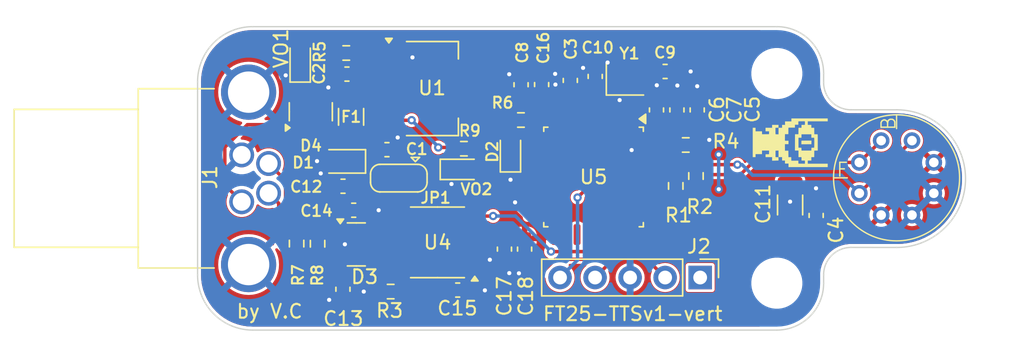
<source format=kicad_pcb>
(kicad_pcb
	(version 20240108)
	(generator "pcbnew")
	(generator_version "8.0")
	(general
		(thickness 1.6)
		(legacy_teardrops no)
	)
	(paper "A4")
	(layers
		(0 "F.Cu" signal)
		(31 "B.Cu" signal)
		(32 "B.Adhes" user "B.Adhesive")
		(33 "F.Adhes" user "F.Adhesive")
		(34 "B.Paste" user)
		(35 "F.Paste" user)
		(36 "B.SilkS" user "B.Silkscreen")
		(37 "F.SilkS" user "F.Silkscreen")
		(38 "B.Mask" user)
		(39 "F.Mask" user)
		(40 "Dwgs.User" user "User.Drawings")
		(41 "Cmts.User" user "User.Comments")
		(42 "Eco1.User" user "User.Eco1")
		(43 "Eco2.User" user "User.Eco2")
		(44 "Edge.Cuts" user)
		(45 "Margin" user)
		(46 "B.CrtYd" user "B.Courtyard")
		(47 "F.CrtYd" user "F.Courtyard")
		(48 "B.Fab" user)
		(49 "F.Fab" user)
		(50 "User.1" user)
		(51 "User.2" user)
		(52 "User.3" user)
		(53 "User.4" user)
		(54 "User.5" user)
		(55 "User.6" user)
		(56 "User.7" user)
		(57 "User.8" user)
		(58 "User.9" user)
	)
	(setup
		(stackup
			(layer "F.SilkS"
				(type "Top Silk Screen")
			)
			(layer "F.Paste"
				(type "Top Solder Paste")
			)
			(layer "F.Mask"
				(type "Top Solder Mask")
				(thickness 0.01)
			)
			(layer "F.Cu"
				(type "copper")
				(thickness 0.035)
			)
			(layer "dielectric 1"
				(type "core")
				(thickness 1.51)
				(material "FR4")
				(epsilon_r 4.5)
				(loss_tangent 0.02)
			)
			(layer "B.Cu"
				(type "copper")
				(thickness 0.035)
			)
			(layer "B.Mask"
				(type "Bottom Solder Mask")
				(thickness 0.01)
			)
			(layer "B.Paste"
				(type "Bottom Solder Paste")
			)
			(layer "B.SilkS"
				(type "Bottom Silk Screen")
			)
			(copper_finish "None")
			(dielectric_constraints no)
		)
		(pad_to_mask_clearance 0)
		(allow_soldermask_bridges_in_footprints no)
		(aux_axis_origin 36 49)
		(pcbplotparams
			(layerselection 0x00010fc_ffffffff)
			(plot_on_all_layers_selection 0x0000000_00000000)
			(disableapertmacros no)
			(usegerberextensions no)
			(usegerberattributes yes)
			(usegerberadvancedattributes yes)
			(creategerberjobfile no)
			(dashed_line_dash_ratio 12.000000)
			(dashed_line_gap_ratio 3.000000)
			(svgprecision 4)
			(plotframeref no)
			(viasonmask no)
			(mode 1)
			(useauxorigin yes)
			(hpglpennumber 1)
			(hpglpenspeed 20)
			(hpglpendiameter 15.000000)
			(pdf_front_fp_property_popups yes)
			(pdf_back_fp_property_popups yes)
			(dxfpolygonmode yes)
			(dxfimperialunits yes)
			(dxfusepcbnewfont yes)
			(psnegative no)
			(psa4output no)
			(plotreference yes)
			(plotvalue no)
			(plotfptext yes)
			(plotinvisibletext no)
			(sketchpadsonfab no)
			(subtractmaskfromsilk yes)
			(outputformat 1)
			(mirror no)
			(drillshape 0)
			(scaleselection 1)
			(outputdirectory "gerber")
		)
	)
	(net 0 "")
	(net 1 "+3.3V")
	(net 2 "GND")
	(net 3 "+5V")
	(net 4 "/I2C_SDA")
	(net 5 "/I2C_SCL")
	(net 6 "CAN_H")
	(net 7 "CAN_L")
	(net 8 "Net-(U4-Rs)")
	(net 9 "NRST")
	(net 10 "Net-(U5-PF0)")
	(net 11 "SWDIO")
	(net 12 "Net-(U5-PF1)")
	(net 13 "/Vref")
	(net 14 "Net-(D4-K)")
	(net 15 "Net-(D4-A)")
	(net 16 "Net-(JP1-C)")
	(net 17 "Net-(U5-PB8)")
	(net 18 "unconnected-(U5-PB5-Pad28)")
	(net 19 "unconnected-(U5-PA8-Pad18)")
	(net 20 "unconnected-(U5-PA15-Pad25)")
	(net 21 "SWCLK")
	(net 22 "unconnected-(U5-PA7-Pad13)")
	(net 23 "unconnected-(U5-PA5-Pad11)")
	(net 24 "unconnected-(U5-PA9-Pad19)")
	(net 25 "unconnected-(U5-PA1-Pad7)")
	(net 26 "unconnected-(U5-PB4-Pad27)")
	(net 27 "unconnected-(U5-PA6-Pad12)")
	(net 28 "unconnected-(U5-PA10-Pad20)")
	(net 29 "/CAN_Tx")
	(net 30 "/CAN_Rx")
	(net 31 "unconnected-(U5-PB0-Pad14)")
	(net 32 "unconnected-(U5-PB1-Pad15)")
	(net 33 "unconnected-(U5-PA4-Pad10)")
	(net 34 "Net-(D2-A)")
	(net 35 "unconnected-(U5-PA0-Pad6)")
	(net 36 "/STATUS_LED")
	(net 37 "unconnected-(U5-PA2-Pad8)")
	(net 38 "unconnected-(U5-PB3-Pad26)")
	(net 39 "Net-(VO1-A)")
	(net 40 "Net-(VO2-A)")
	(net 41 "+3V3")
	(footprint "Package_TO_SOT_SMD:SOT-23" (layer "F.Cu") (at 146.51 45.79))
	(footprint "Capacitor_SMD:C_0603_1608Metric" (layer "F.Cu") (at 145.545 41.57 180))
	(footprint "Connector_PinHeader_2.54mm:PinHeader_1x05_P2.54mm_Vertical" (layer "F.Cu") (at 171.44 48.19 -90))
	(footprint "Crystal:Crystal_SMD_2016-4Pin_2.0x1.6mm" (layer "F.Cu") (at 165.985 33.81))
	(footprint "FaSTTUBe_connectors:M8_718_4pin_horizontal" (layer "F.Cu") (at 138.2 41 -90))
	(footprint "Capacitor_SMD:C_0603_1608Metric" (layer "F.Cu") (at 153.86 49.1))
	(footprint "MountingHole:MountingHole_3.2mm_M3_DIN965" (layer "F.Cu") (at 177 33.4))
	(footprint "Diode_SMD:D_SOD-323" (layer "F.Cu") (at 145.57 39.77 180))
	(footprint "Package_SO:SOIC-8_3.9x4.9mm_P1.27mm" (layer "F.Cu") (at 152.395 45.64 180))
	(footprint "LED_SMD:LED_0603_1608Metric_Pad1.05x0.95mm_HandSolder" (layer "F.Cu") (at 154.2525 40.35))
	(footprint "TTS:SOT-23" (layer "F.Cu") (at 143.21 36.17 90))
	(footprint "Resistor_SMD:R_0603_1608Metric" (layer "F.Cu") (at 169.67 41.55 90))
	(footprint "MountingHole:MountingHole_3.2mm_M3_DIN965" (layer "F.Cu") (at 177 48.6))
	(footprint "Resistor_SMD:R_0603_1608Metric" (layer "F.Cu") (at 149 49.21 180))
	(footprint "Resistor_SMD:R_0603_1608Metric" (layer "F.Cu") (at 171.135 40.83 90))
	(footprint "Resistor_SMD:R_0603_1608Metric" (layer "F.Cu") (at 154.31 38.85))
	(footprint "Package_QFP:LQFP-32_7x7mm_P0.8mm" (layer "F.Cu") (at 163.71 40.9 -90))
	(footprint "TTS:TTS-vertical-mount" (layer "F.Cu") (at 185.68 40.962564))
	(footprint "LED_SMD:LED_0603_1608Metric_Pad1.05x0.95mm_HandSolder" (layer "F.Cu") (at 142.44 32.36 90))
	(footprint "Capacitor_SMD:C_0603_1608Metric" (layer "F.Cu") (at 168.275 36.04 90))
	(footprint "LOGO" (layer "F.Cu") (at 178.444225 38.43427 -90))
	(footprint "Capacitor_SMD:C_0603_1608Metric" (layer "F.Cu") (at 146.32 43.31 180))
	(footprint "LED_SMD:LED_0603_1608Metric" (layer "F.Cu") (at 157.685 39.05 90))
	(footprint "Fuse:Fuse_1206_3216Metric" (layer "F.Cu") (at 146.13 36.54 -90))
	(footprint "Resistor_SMD:R_0603_1608Metric" (layer "F.Cu") (at 145.78 31.91 180))
	(footprint "Capacitor_SMD:C_0603_1608Metric" (layer "F.Cu") (at 157.25 46.13 -90))
	(footprint "Resistor_SMD:R_0603_1608Metric" (layer "F.Cu") (at 143.7 45.74 90))
	(footprint "Resistor_SMD:R_0603_1608Metric" (layer "F.Cu") (at 170.395 38.58))
	(footprint "Capacitor_SMD:C_0603_1608Metric" (layer "F.Cu") (at 158.455 34.21 90))
	(footprint "Jumper:SolderJumper-3_P1.3mm_Open_RoundedPad1.0x1.5mm" (layer "F.Cu") (at 149.59 40.9825 180))
	(footprint "Capacitor_SMD:C_0603_1608Metric" (layer "F.Cu") (at 163.83 33.61 90))
	(footprint "Capacitor_SMD:C_0603_1608Metric" (layer "F.Cu") (at 179.85 43.69 90))
	(footprint "Package_TO_SOT_SMD:SOT-223-3_TabPin2" (layer "F.Cu") (at 152 34.49))
	(footprint "Capacitor_SMD:C_1206_3216Metric" (layer "F.Cu") (at 177.96 42.93 90))
	(footprint "Capacitor_SMD:C_0603_1608Metric" (layer "F.Cu") (at 168.9 33.25 180))
	(footprint "Capacitor_SMD:C_0603_1608Metric"
		(layer "F.Cu")
		(uuid "d3eaf5f6-38d9-45fa-a9d8-be04ae239da9")
		(at 158.71 46.13 -90)
		(descr "Capacitor SMD 0603 (1608 Metric), square (rectangular) end terminal, IPC_7351 nominal, (Body size source: IPC-SM-782 page 76, https://www.pcb-3d.com/wordpress/wp-content/uploads/ipc-sm-782a_amendment_1_and_2.pdf), generated with kicad-footprint-generator")
		(tags "capacitor")
		(property "Reference" "C18"
			(at 3.41 -0.09 90)
			(layer "F.SilkS")
			(uuid "910b95b4-0b1f-4da3-9453-44c27e24870f")
			(effects
				(font
					(size 1 1)
					(thickness 0.15)
				)
			)
		)
		(property "Value" "100n"
			(at 0 1.43 90)
			(layer "F.Fab")
			(uuid "1a55fb99-613e-44a3-a9e5-6d3cdf22efba")
			(effects
				(font
					(size 1 1)
					(thickness 0.15)
				)
			)
		)
		(property "Footprint" "Capacitor_SMD:C_0603_1608Metric"
			(at 0 0 -90)
			(unlocked yes)
			(layer "F.Fab")
			(hide yes)
			(uuid "a17f2a04-273c-49c4-8b44-c32f3cf6088b")
			(effects
				(font
					(size 1.27 1.27)
					(thickness 0.15)
				)
			)
		)
		(property "Datasheet" ""
			(at 0 0 -90)
			(unlocked yes)
			(layer "F.Fab")
			(hide yes)
			(uuid "e2be8b8b-9a50-49e0-82a1-0ceb330b2ccd")
			(effects
				(font
					(size 1.27 1.27)
					(thickness 0.15)
				)
			)
		)
		(property "Description" ""
			(at 0 0 -90)
			(unlocked yes)
			(layer "F.Fab")
			(hide yes)
			(uuid "9a795fd5-7602-4799-8861-1e2e513dfcfa")
			(effects
				(font
					(size 1.27 1.27)
					(thickness 0.15)
				)
			)
		)
		(property "LCSC" "C307331"
			(at 0 0 -90)
			(unlocked yes)
			(layer "F.Fab")
			(hide yes)
			(uuid "2c9edaf4-b741-406f-b489-6e6ae2d7df57")
			(effects
				(font
					(size 1 1)
					(thickness 0.15)
				)
			)
		)
		(property ki_fp_filters "C_*")
		(path "/d1f5dc5e-3166-4fb7-a74e-2b353ef08a68")
		(sheetname "Root")
		(sheetfile "TTS.kicad_sch")
		(attr smd)
		(fp_line
			(start -0.14058 0.51)
			(end 0.14058 0.51)
			(stroke
				(width 0.12)
				(type solid)
			)
			(layer "F.SilkS")
			(uuid "7093005a-1e08-4bf2-a3f9-b198e849c566")
		)
		(fp_line
			(start -0.14058 -0.51)
			(end 0.14058 -0.51)
			(stroke
				(width 0.12)
				(type solid)
			)
			(layer "F.SilkS")
			(uuid "455f49ad-f4f8-48fa-a241-29c756034072")
		)
		(fp_line
			(start -1.48 0.73)
			(end -1.48 -0.73)
			(stroke
				(width 0.05)
				(type solid)
			)
			(layer "F.CrtYd")
			(uuid "ff7f0358-13f9-4467-8eaf-b60262f17a65")
		)
		(fp_line
			(start 1.48 0.73)
			(end -1.48 0.73)
			(stroke
				(width 0.05)
				(type solid)
			)
			(layer "F.CrtYd")
			(uuid "8aa7bb78-dfa1-4f7d-86a4-124f5e8afa93")
		)
		(fp_line
			(start -1.48 -0.73)
			(end 1.48 -0.73)
			(stroke
				(width 0.05)
				(type solid)
			)
			(layer "F.CrtYd")
			(uuid "a3f75f8a-c37c-485e-bea0-fa70ebe236bd")
		)
		(fp_line
			(start 1.48 -0.73)
			(end 1.48 0.73)
			(stroke
				(width 0.05)
				(type solid)
			)
			(layer "F.CrtYd")
			(uuid "5695e370-81eb-455e-828a-4984c923f20b")
		)
		(fp_line
			(start -0.8 0.4)
			(end -0.8 -0.4)
			(stroke
				(width 0.1)
				(type solid)
			)
			(layer "F.Fab")
			(uuid "b8e116cd-6302-47ee-9817-5e993b6e962a")
		)
		(fp_line
			(start 0.8 0.4)
			(end -0.8 0.4)
			(stroke
				(width 0.1)
				(type solid)
			)
			(layer "F.Fab")
			(uuid "9e6679b4-6911-44f5-90aa-737643e8eff4")
		)
		(fp_line
			(start -0.8 -0.4)
			(end 0.8 -0.4)
			(stroke
				(width 0.1)
				(type solid)
			)
			(layer "F.Fab")
			(uuid "dd51b9d2-d883-4a81-97da-d820850b19fb")
		)
		(fp_line
			(start 0.8 -0.4)
			(end 0.8 0.4)
			(stroke
				(width 0.1)
				(type solid)
			)
			(layer "F.Fab")
			(uuid "08df9e21-69a0-4adb-ba96-670a1adc0726")
		)
		(fp_text user "${REFERENCE}"
			(at 0 0 90)
			(layer "F.Fab")
			(uuid "175ab5d3-f984-4b90-aa28-d3de1abb9dae")
			(effects
				(font
					(size 0.4 0.4)
					(thickness 0.06)
				)
			)
		)
		(pad "1" smd roundrect
			(at -0.775 0 270)
			(size 0.9 0.95)
			(layers "F.Cu" "F.Paste" "F.Mask")
			(roundrect_rratio 0.25)
			(net 1 "+3.3V")
			(pintype "passive")
			(uuid "ffccd7d3-4af1-4d81-b551-adfc98607d11")
		)
		(pad "2" smd roundrect
			(at 0.775 0 270)
			(size 0.9 0.95)
			(layers "F.Cu" "F.Paste" "F.Mask")
			(roundrect_rratio 0.25)
			(net 2 "GND")
			(pintype "passive")
			(uuid "22d9f88f-068b-4bd8-8a3f-6b38dfdf536c")
		)
		(model "${KICAD8_3DMODEL_DIR}/Capacitor_SMD.3ds
... [300067 chars truncated]
</source>
